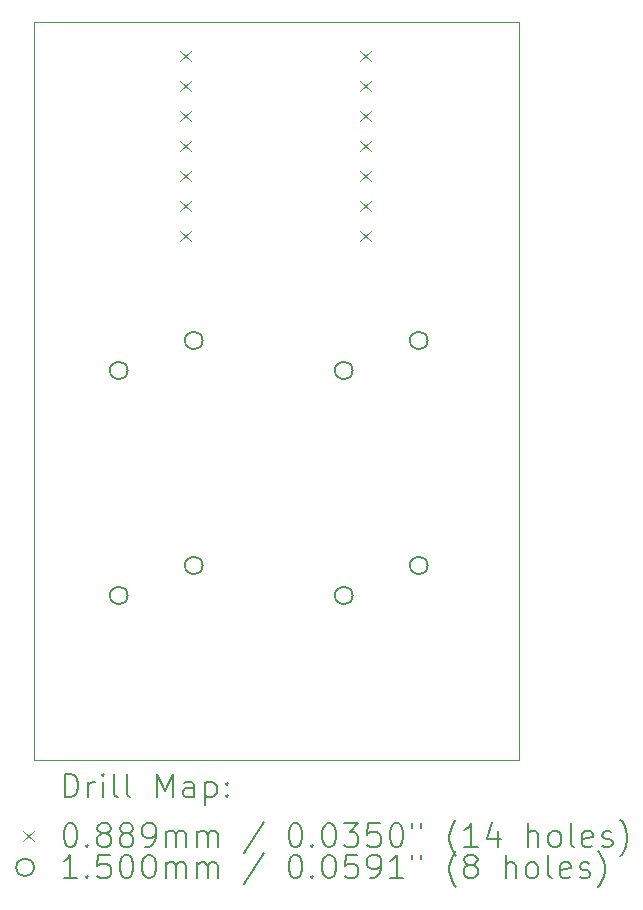
<source format=gbr>
%TF.GenerationSoftware,KiCad,Pcbnew,9.0.2*%
%TF.CreationDate,2025-06-08T17:29:26-05:00*%
%TF.ProjectId,hackpad,6861636b-7061-4642-9e6b-696361645f70,rev?*%
%TF.SameCoordinates,Original*%
%TF.FileFunction,Drillmap*%
%TF.FilePolarity,Positive*%
%FSLAX45Y45*%
G04 Gerber Fmt 4.5, Leading zero omitted, Abs format (unit mm)*
G04 Created by KiCad (PCBNEW 9.0.2) date 2025-06-08 17:29:26*
%MOMM*%
%LPD*%
G01*
G04 APERTURE LIST*
%ADD10C,0.050000*%
%ADD11C,0.200000*%
%ADD12C,0.100000*%
%ADD13C,0.150000*%
G04 APERTURE END LIST*
D10*
X15095739Y-7747424D02*
X19200000Y-7747424D01*
X19200000Y-14000000D01*
X15095739Y-14000000D01*
X15095739Y-7747424D01*
D11*
D12*
X16331550Y-7993550D02*
X16420450Y-8082450D01*
X16420450Y-7993550D02*
X16331550Y-8082450D01*
X16331550Y-8247550D02*
X16420450Y-8336450D01*
X16420450Y-8247550D02*
X16331550Y-8336450D01*
X16331550Y-8501550D02*
X16420450Y-8590450D01*
X16420450Y-8501550D02*
X16331550Y-8590450D01*
X16331550Y-8755550D02*
X16420450Y-8844450D01*
X16420450Y-8755550D02*
X16331550Y-8844450D01*
X16331550Y-9009550D02*
X16420450Y-9098450D01*
X16420450Y-9009550D02*
X16331550Y-9098450D01*
X16331550Y-9263550D02*
X16420450Y-9352450D01*
X16420450Y-9263550D02*
X16331550Y-9352450D01*
X16331550Y-9517550D02*
X16420450Y-9606450D01*
X16420450Y-9517550D02*
X16331550Y-9606450D01*
X17855550Y-7993550D02*
X17944450Y-8082450D01*
X17944450Y-7993550D02*
X17855550Y-8082450D01*
X17855550Y-8247550D02*
X17944450Y-8336450D01*
X17944450Y-8247550D02*
X17855550Y-8336450D01*
X17855550Y-8501550D02*
X17944450Y-8590450D01*
X17944450Y-8501550D02*
X17855550Y-8590450D01*
X17855550Y-8755550D02*
X17944450Y-8844450D01*
X17944450Y-8755550D02*
X17855550Y-8844450D01*
X17855550Y-9009550D02*
X17944450Y-9098450D01*
X17944450Y-9009550D02*
X17855550Y-9098450D01*
X17855550Y-9263550D02*
X17944450Y-9352450D01*
X17944450Y-9263550D02*
X17855550Y-9352450D01*
X17855550Y-9517550D02*
X17944450Y-9606450D01*
X17944450Y-9517550D02*
X17855550Y-9606450D01*
D13*
X15886500Y-10699750D02*
G75*
G02*
X15736500Y-10699750I-75000J0D01*
G01*
X15736500Y-10699750D02*
G75*
G02*
X15886500Y-10699750I75000J0D01*
G01*
X15886500Y-12604750D02*
G75*
G02*
X15736500Y-12604750I-75000J0D01*
G01*
X15736500Y-12604750D02*
G75*
G02*
X15886500Y-12604750I75000J0D01*
G01*
X16521500Y-10445750D02*
G75*
G02*
X16371500Y-10445750I-75000J0D01*
G01*
X16371500Y-10445750D02*
G75*
G02*
X16521500Y-10445750I75000J0D01*
G01*
X16521500Y-12350750D02*
G75*
G02*
X16371500Y-12350750I-75000J0D01*
G01*
X16371500Y-12350750D02*
G75*
G02*
X16521500Y-12350750I75000J0D01*
G01*
X17791500Y-10699750D02*
G75*
G02*
X17641500Y-10699750I-75000J0D01*
G01*
X17641500Y-10699750D02*
G75*
G02*
X17791500Y-10699750I75000J0D01*
G01*
X17791500Y-12604750D02*
G75*
G02*
X17641500Y-12604750I-75000J0D01*
G01*
X17641500Y-12604750D02*
G75*
G02*
X17791500Y-12604750I75000J0D01*
G01*
X18426500Y-10445750D02*
G75*
G02*
X18276500Y-10445750I-75000J0D01*
G01*
X18276500Y-10445750D02*
G75*
G02*
X18426500Y-10445750I75000J0D01*
G01*
X18426500Y-12350750D02*
G75*
G02*
X18276500Y-12350750I-75000J0D01*
G01*
X18276500Y-12350750D02*
G75*
G02*
X18426500Y-12350750I75000J0D01*
G01*
D11*
X15354016Y-14313984D02*
X15354016Y-14113984D01*
X15354016Y-14113984D02*
X15401635Y-14113984D01*
X15401635Y-14113984D02*
X15430207Y-14123508D01*
X15430207Y-14123508D02*
X15449254Y-14142555D01*
X15449254Y-14142555D02*
X15458778Y-14161603D01*
X15458778Y-14161603D02*
X15468302Y-14199698D01*
X15468302Y-14199698D02*
X15468302Y-14228269D01*
X15468302Y-14228269D02*
X15458778Y-14266365D01*
X15458778Y-14266365D02*
X15449254Y-14285412D01*
X15449254Y-14285412D02*
X15430207Y-14304460D01*
X15430207Y-14304460D02*
X15401635Y-14313984D01*
X15401635Y-14313984D02*
X15354016Y-14313984D01*
X15554016Y-14313984D02*
X15554016Y-14180650D01*
X15554016Y-14218746D02*
X15563540Y-14199698D01*
X15563540Y-14199698D02*
X15573064Y-14190174D01*
X15573064Y-14190174D02*
X15592111Y-14180650D01*
X15592111Y-14180650D02*
X15611159Y-14180650D01*
X15677826Y-14313984D02*
X15677826Y-14180650D01*
X15677826Y-14113984D02*
X15668302Y-14123508D01*
X15668302Y-14123508D02*
X15677826Y-14133031D01*
X15677826Y-14133031D02*
X15687349Y-14123508D01*
X15687349Y-14123508D02*
X15677826Y-14113984D01*
X15677826Y-14113984D02*
X15677826Y-14133031D01*
X15801635Y-14313984D02*
X15782588Y-14304460D01*
X15782588Y-14304460D02*
X15773064Y-14285412D01*
X15773064Y-14285412D02*
X15773064Y-14113984D01*
X15906397Y-14313984D02*
X15887349Y-14304460D01*
X15887349Y-14304460D02*
X15877826Y-14285412D01*
X15877826Y-14285412D02*
X15877826Y-14113984D01*
X16134969Y-14313984D02*
X16134969Y-14113984D01*
X16134969Y-14113984D02*
X16201635Y-14256841D01*
X16201635Y-14256841D02*
X16268302Y-14113984D01*
X16268302Y-14113984D02*
X16268302Y-14313984D01*
X16449254Y-14313984D02*
X16449254Y-14209222D01*
X16449254Y-14209222D02*
X16439730Y-14190174D01*
X16439730Y-14190174D02*
X16420683Y-14180650D01*
X16420683Y-14180650D02*
X16382588Y-14180650D01*
X16382588Y-14180650D02*
X16363540Y-14190174D01*
X16449254Y-14304460D02*
X16430207Y-14313984D01*
X16430207Y-14313984D02*
X16382588Y-14313984D01*
X16382588Y-14313984D02*
X16363540Y-14304460D01*
X16363540Y-14304460D02*
X16354016Y-14285412D01*
X16354016Y-14285412D02*
X16354016Y-14266365D01*
X16354016Y-14266365D02*
X16363540Y-14247317D01*
X16363540Y-14247317D02*
X16382588Y-14237793D01*
X16382588Y-14237793D02*
X16430207Y-14237793D01*
X16430207Y-14237793D02*
X16449254Y-14228269D01*
X16544492Y-14180650D02*
X16544492Y-14380650D01*
X16544492Y-14190174D02*
X16563540Y-14180650D01*
X16563540Y-14180650D02*
X16601635Y-14180650D01*
X16601635Y-14180650D02*
X16620683Y-14190174D01*
X16620683Y-14190174D02*
X16630207Y-14199698D01*
X16630207Y-14199698D02*
X16639730Y-14218746D01*
X16639730Y-14218746D02*
X16639730Y-14275888D01*
X16639730Y-14275888D02*
X16630207Y-14294936D01*
X16630207Y-14294936D02*
X16620683Y-14304460D01*
X16620683Y-14304460D02*
X16601635Y-14313984D01*
X16601635Y-14313984D02*
X16563540Y-14313984D01*
X16563540Y-14313984D02*
X16544492Y-14304460D01*
X16725445Y-14294936D02*
X16734969Y-14304460D01*
X16734969Y-14304460D02*
X16725445Y-14313984D01*
X16725445Y-14313984D02*
X16715921Y-14304460D01*
X16715921Y-14304460D02*
X16725445Y-14294936D01*
X16725445Y-14294936D02*
X16725445Y-14313984D01*
X16725445Y-14190174D02*
X16734969Y-14199698D01*
X16734969Y-14199698D02*
X16725445Y-14209222D01*
X16725445Y-14209222D02*
X16715921Y-14199698D01*
X16715921Y-14199698D02*
X16725445Y-14190174D01*
X16725445Y-14190174D02*
X16725445Y-14209222D01*
D12*
X15004339Y-14598050D02*
X15093239Y-14686950D01*
X15093239Y-14598050D02*
X15004339Y-14686950D01*
D11*
X15392111Y-14533984D02*
X15411159Y-14533984D01*
X15411159Y-14533984D02*
X15430207Y-14543508D01*
X15430207Y-14543508D02*
X15439730Y-14553031D01*
X15439730Y-14553031D02*
X15449254Y-14572079D01*
X15449254Y-14572079D02*
X15458778Y-14610174D01*
X15458778Y-14610174D02*
X15458778Y-14657793D01*
X15458778Y-14657793D02*
X15449254Y-14695888D01*
X15449254Y-14695888D02*
X15439730Y-14714936D01*
X15439730Y-14714936D02*
X15430207Y-14724460D01*
X15430207Y-14724460D02*
X15411159Y-14733984D01*
X15411159Y-14733984D02*
X15392111Y-14733984D01*
X15392111Y-14733984D02*
X15373064Y-14724460D01*
X15373064Y-14724460D02*
X15363540Y-14714936D01*
X15363540Y-14714936D02*
X15354016Y-14695888D01*
X15354016Y-14695888D02*
X15344492Y-14657793D01*
X15344492Y-14657793D02*
X15344492Y-14610174D01*
X15344492Y-14610174D02*
X15354016Y-14572079D01*
X15354016Y-14572079D02*
X15363540Y-14553031D01*
X15363540Y-14553031D02*
X15373064Y-14543508D01*
X15373064Y-14543508D02*
X15392111Y-14533984D01*
X15544492Y-14714936D02*
X15554016Y-14724460D01*
X15554016Y-14724460D02*
X15544492Y-14733984D01*
X15544492Y-14733984D02*
X15534969Y-14724460D01*
X15534969Y-14724460D02*
X15544492Y-14714936D01*
X15544492Y-14714936D02*
X15544492Y-14733984D01*
X15668302Y-14619698D02*
X15649254Y-14610174D01*
X15649254Y-14610174D02*
X15639730Y-14600650D01*
X15639730Y-14600650D02*
X15630207Y-14581603D01*
X15630207Y-14581603D02*
X15630207Y-14572079D01*
X15630207Y-14572079D02*
X15639730Y-14553031D01*
X15639730Y-14553031D02*
X15649254Y-14543508D01*
X15649254Y-14543508D02*
X15668302Y-14533984D01*
X15668302Y-14533984D02*
X15706397Y-14533984D01*
X15706397Y-14533984D02*
X15725445Y-14543508D01*
X15725445Y-14543508D02*
X15734969Y-14553031D01*
X15734969Y-14553031D02*
X15744492Y-14572079D01*
X15744492Y-14572079D02*
X15744492Y-14581603D01*
X15744492Y-14581603D02*
X15734969Y-14600650D01*
X15734969Y-14600650D02*
X15725445Y-14610174D01*
X15725445Y-14610174D02*
X15706397Y-14619698D01*
X15706397Y-14619698D02*
X15668302Y-14619698D01*
X15668302Y-14619698D02*
X15649254Y-14629222D01*
X15649254Y-14629222D02*
X15639730Y-14638746D01*
X15639730Y-14638746D02*
X15630207Y-14657793D01*
X15630207Y-14657793D02*
X15630207Y-14695888D01*
X15630207Y-14695888D02*
X15639730Y-14714936D01*
X15639730Y-14714936D02*
X15649254Y-14724460D01*
X15649254Y-14724460D02*
X15668302Y-14733984D01*
X15668302Y-14733984D02*
X15706397Y-14733984D01*
X15706397Y-14733984D02*
X15725445Y-14724460D01*
X15725445Y-14724460D02*
X15734969Y-14714936D01*
X15734969Y-14714936D02*
X15744492Y-14695888D01*
X15744492Y-14695888D02*
X15744492Y-14657793D01*
X15744492Y-14657793D02*
X15734969Y-14638746D01*
X15734969Y-14638746D02*
X15725445Y-14629222D01*
X15725445Y-14629222D02*
X15706397Y-14619698D01*
X15858778Y-14619698D02*
X15839730Y-14610174D01*
X15839730Y-14610174D02*
X15830207Y-14600650D01*
X15830207Y-14600650D02*
X15820683Y-14581603D01*
X15820683Y-14581603D02*
X15820683Y-14572079D01*
X15820683Y-14572079D02*
X15830207Y-14553031D01*
X15830207Y-14553031D02*
X15839730Y-14543508D01*
X15839730Y-14543508D02*
X15858778Y-14533984D01*
X15858778Y-14533984D02*
X15896873Y-14533984D01*
X15896873Y-14533984D02*
X15915921Y-14543508D01*
X15915921Y-14543508D02*
X15925445Y-14553031D01*
X15925445Y-14553031D02*
X15934969Y-14572079D01*
X15934969Y-14572079D02*
X15934969Y-14581603D01*
X15934969Y-14581603D02*
X15925445Y-14600650D01*
X15925445Y-14600650D02*
X15915921Y-14610174D01*
X15915921Y-14610174D02*
X15896873Y-14619698D01*
X15896873Y-14619698D02*
X15858778Y-14619698D01*
X15858778Y-14619698D02*
X15839730Y-14629222D01*
X15839730Y-14629222D02*
X15830207Y-14638746D01*
X15830207Y-14638746D02*
X15820683Y-14657793D01*
X15820683Y-14657793D02*
X15820683Y-14695888D01*
X15820683Y-14695888D02*
X15830207Y-14714936D01*
X15830207Y-14714936D02*
X15839730Y-14724460D01*
X15839730Y-14724460D02*
X15858778Y-14733984D01*
X15858778Y-14733984D02*
X15896873Y-14733984D01*
X15896873Y-14733984D02*
X15915921Y-14724460D01*
X15915921Y-14724460D02*
X15925445Y-14714936D01*
X15925445Y-14714936D02*
X15934969Y-14695888D01*
X15934969Y-14695888D02*
X15934969Y-14657793D01*
X15934969Y-14657793D02*
X15925445Y-14638746D01*
X15925445Y-14638746D02*
X15915921Y-14629222D01*
X15915921Y-14629222D02*
X15896873Y-14619698D01*
X16030207Y-14733984D02*
X16068302Y-14733984D01*
X16068302Y-14733984D02*
X16087350Y-14724460D01*
X16087350Y-14724460D02*
X16096873Y-14714936D01*
X16096873Y-14714936D02*
X16115921Y-14686365D01*
X16115921Y-14686365D02*
X16125445Y-14648269D01*
X16125445Y-14648269D02*
X16125445Y-14572079D01*
X16125445Y-14572079D02*
X16115921Y-14553031D01*
X16115921Y-14553031D02*
X16106397Y-14543508D01*
X16106397Y-14543508D02*
X16087350Y-14533984D01*
X16087350Y-14533984D02*
X16049254Y-14533984D01*
X16049254Y-14533984D02*
X16030207Y-14543508D01*
X16030207Y-14543508D02*
X16020683Y-14553031D01*
X16020683Y-14553031D02*
X16011159Y-14572079D01*
X16011159Y-14572079D02*
X16011159Y-14619698D01*
X16011159Y-14619698D02*
X16020683Y-14638746D01*
X16020683Y-14638746D02*
X16030207Y-14648269D01*
X16030207Y-14648269D02*
X16049254Y-14657793D01*
X16049254Y-14657793D02*
X16087350Y-14657793D01*
X16087350Y-14657793D02*
X16106397Y-14648269D01*
X16106397Y-14648269D02*
X16115921Y-14638746D01*
X16115921Y-14638746D02*
X16125445Y-14619698D01*
X16211159Y-14733984D02*
X16211159Y-14600650D01*
X16211159Y-14619698D02*
X16220683Y-14610174D01*
X16220683Y-14610174D02*
X16239730Y-14600650D01*
X16239730Y-14600650D02*
X16268302Y-14600650D01*
X16268302Y-14600650D02*
X16287350Y-14610174D01*
X16287350Y-14610174D02*
X16296873Y-14629222D01*
X16296873Y-14629222D02*
X16296873Y-14733984D01*
X16296873Y-14629222D02*
X16306397Y-14610174D01*
X16306397Y-14610174D02*
X16325445Y-14600650D01*
X16325445Y-14600650D02*
X16354016Y-14600650D01*
X16354016Y-14600650D02*
X16373064Y-14610174D01*
X16373064Y-14610174D02*
X16382588Y-14629222D01*
X16382588Y-14629222D02*
X16382588Y-14733984D01*
X16477826Y-14733984D02*
X16477826Y-14600650D01*
X16477826Y-14619698D02*
X16487350Y-14610174D01*
X16487350Y-14610174D02*
X16506397Y-14600650D01*
X16506397Y-14600650D02*
X16534969Y-14600650D01*
X16534969Y-14600650D02*
X16554016Y-14610174D01*
X16554016Y-14610174D02*
X16563540Y-14629222D01*
X16563540Y-14629222D02*
X16563540Y-14733984D01*
X16563540Y-14629222D02*
X16573064Y-14610174D01*
X16573064Y-14610174D02*
X16592111Y-14600650D01*
X16592111Y-14600650D02*
X16620683Y-14600650D01*
X16620683Y-14600650D02*
X16639731Y-14610174D01*
X16639731Y-14610174D02*
X16649254Y-14629222D01*
X16649254Y-14629222D02*
X16649254Y-14733984D01*
X17039731Y-14524460D02*
X16868302Y-14781603D01*
X17296874Y-14533984D02*
X17315921Y-14533984D01*
X17315921Y-14533984D02*
X17334969Y-14543508D01*
X17334969Y-14543508D02*
X17344493Y-14553031D01*
X17344493Y-14553031D02*
X17354016Y-14572079D01*
X17354016Y-14572079D02*
X17363540Y-14610174D01*
X17363540Y-14610174D02*
X17363540Y-14657793D01*
X17363540Y-14657793D02*
X17354016Y-14695888D01*
X17354016Y-14695888D02*
X17344493Y-14714936D01*
X17344493Y-14714936D02*
X17334969Y-14724460D01*
X17334969Y-14724460D02*
X17315921Y-14733984D01*
X17315921Y-14733984D02*
X17296874Y-14733984D01*
X17296874Y-14733984D02*
X17277826Y-14724460D01*
X17277826Y-14724460D02*
X17268302Y-14714936D01*
X17268302Y-14714936D02*
X17258778Y-14695888D01*
X17258778Y-14695888D02*
X17249255Y-14657793D01*
X17249255Y-14657793D02*
X17249255Y-14610174D01*
X17249255Y-14610174D02*
X17258778Y-14572079D01*
X17258778Y-14572079D02*
X17268302Y-14553031D01*
X17268302Y-14553031D02*
X17277826Y-14543508D01*
X17277826Y-14543508D02*
X17296874Y-14533984D01*
X17449255Y-14714936D02*
X17458778Y-14724460D01*
X17458778Y-14724460D02*
X17449255Y-14733984D01*
X17449255Y-14733984D02*
X17439731Y-14724460D01*
X17439731Y-14724460D02*
X17449255Y-14714936D01*
X17449255Y-14714936D02*
X17449255Y-14733984D01*
X17582588Y-14533984D02*
X17601636Y-14533984D01*
X17601636Y-14533984D02*
X17620683Y-14543508D01*
X17620683Y-14543508D02*
X17630207Y-14553031D01*
X17630207Y-14553031D02*
X17639731Y-14572079D01*
X17639731Y-14572079D02*
X17649255Y-14610174D01*
X17649255Y-14610174D02*
X17649255Y-14657793D01*
X17649255Y-14657793D02*
X17639731Y-14695888D01*
X17639731Y-14695888D02*
X17630207Y-14714936D01*
X17630207Y-14714936D02*
X17620683Y-14724460D01*
X17620683Y-14724460D02*
X17601636Y-14733984D01*
X17601636Y-14733984D02*
X17582588Y-14733984D01*
X17582588Y-14733984D02*
X17563540Y-14724460D01*
X17563540Y-14724460D02*
X17554016Y-14714936D01*
X17554016Y-14714936D02*
X17544493Y-14695888D01*
X17544493Y-14695888D02*
X17534969Y-14657793D01*
X17534969Y-14657793D02*
X17534969Y-14610174D01*
X17534969Y-14610174D02*
X17544493Y-14572079D01*
X17544493Y-14572079D02*
X17554016Y-14553031D01*
X17554016Y-14553031D02*
X17563540Y-14543508D01*
X17563540Y-14543508D02*
X17582588Y-14533984D01*
X17715921Y-14533984D02*
X17839731Y-14533984D01*
X17839731Y-14533984D02*
X17773064Y-14610174D01*
X17773064Y-14610174D02*
X17801636Y-14610174D01*
X17801636Y-14610174D02*
X17820683Y-14619698D01*
X17820683Y-14619698D02*
X17830207Y-14629222D01*
X17830207Y-14629222D02*
X17839731Y-14648269D01*
X17839731Y-14648269D02*
X17839731Y-14695888D01*
X17839731Y-14695888D02*
X17830207Y-14714936D01*
X17830207Y-14714936D02*
X17820683Y-14724460D01*
X17820683Y-14724460D02*
X17801636Y-14733984D01*
X17801636Y-14733984D02*
X17744493Y-14733984D01*
X17744493Y-14733984D02*
X17725445Y-14724460D01*
X17725445Y-14724460D02*
X17715921Y-14714936D01*
X18020683Y-14533984D02*
X17925445Y-14533984D01*
X17925445Y-14533984D02*
X17915921Y-14629222D01*
X17915921Y-14629222D02*
X17925445Y-14619698D01*
X17925445Y-14619698D02*
X17944493Y-14610174D01*
X17944493Y-14610174D02*
X17992112Y-14610174D01*
X17992112Y-14610174D02*
X18011159Y-14619698D01*
X18011159Y-14619698D02*
X18020683Y-14629222D01*
X18020683Y-14629222D02*
X18030207Y-14648269D01*
X18030207Y-14648269D02*
X18030207Y-14695888D01*
X18030207Y-14695888D02*
X18020683Y-14714936D01*
X18020683Y-14714936D02*
X18011159Y-14724460D01*
X18011159Y-14724460D02*
X17992112Y-14733984D01*
X17992112Y-14733984D02*
X17944493Y-14733984D01*
X17944493Y-14733984D02*
X17925445Y-14724460D01*
X17925445Y-14724460D02*
X17915921Y-14714936D01*
X18154016Y-14533984D02*
X18173064Y-14533984D01*
X18173064Y-14533984D02*
X18192112Y-14543508D01*
X18192112Y-14543508D02*
X18201636Y-14553031D01*
X18201636Y-14553031D02*
X18211159Y-14572079D01*
X18211159Y-14572079D02*
X18220683Y-14610174D01*
X18220683Y-14610174D02*
X18220683Y-14657793D01*
X18220683Y-14657793D02*
X18211159Y-14695888D01*
X18211159Y-14695888D02*
X18201636Y-14714936D01*
X18201636Y-14714936D02*
X18192112Y-14724460D01*
X18192112Y-14724460D02*
X18173064Y-14733984D01*
X18173064Y-14733984D02*
X18154016Y-14733984D01*
X18154016Y-14733984D02*
X18134969Y-14724460D01*
X18134969Y-14724460D02*
X18125445Y-14714936D01*
X18125445Y-14714936D02*
X18115921Y-14695888D01*
X18115921Y-14695888D02*
X18106397Y-14657793D01*
X18106397Y-14657793D02*
X18106397Y-14610174D01*
X18106397Y-14610174D02*
X18115921Y-14572079D01*
X18115921Y-14572079D02*
X18125445Y-14553031D01*
X18125445Y-14553031D02*
X18134969Y-14543508D01*
X18134969Y-14543508D02*
X18154016Y-14533984D01*
X18296874Y-14533984D02*
X18296874Y-14572079D01*
X18373064Y-14533984D02*
X18373064Y-14572079D01*
X18668302Y-14810174D02*
X18658778Y-14800650D01*
X18658778Y-14800650D02*
X18639731Y-14772079D01*
X18639731Y-14772079D02*
X18630207Y-14753031D01*
X18630207Y-14753031D02*
X18620683Y-14724460D01*
X18620683Y-14724460D02*
X18611159Y-14676841D01*
X18611159Y-14676841D02*
X18611159Y-14638746D01*
X18611159Y-14638746D02*
X18620683Y-14591127D01*
X18620683Y-14591127D02*
X18630207Y-14562555D01*
X18630207Y-14562555D02*
X18639731Y-14543508D01*
X18639731Y-14543508D02*
X18658778Y-14514936D01*
X18658778Y-14514936D02*
X18668302Y-14505412D01*
X18849255Y-14733984D02*
X18734969Y-14733984D01*
X18792112Y-14733984D02*
X18792112Y-14533984D01*
X18792112Y-14533984D02*
X18773064Y-14562555D01*
X18773064Y-14562555D02*
X18754017Y-14581603D01*
X18754017Y-14581603D02*
X18734969Y-14591127D01*
X19020683Y-14600650D02*
X19020683Y-14733984D01*
X18973064Y-14524460D02*
X18925445Y-14667317D01*
X18925445Y-14667317D02*
X19049255Y-14667317D01*
X19277826Y-14733984D02*
X19277826Y-14533984D01*
X19363540Y-14733984D02*
X19363540Y-14629222D01*
X19363540Y-14629222D02*
X19354017Y-14610174D01*
X19354017Y-14610174D02*
X19334969Y-14600650D01*
X19334969Y-14600650D02*
X19306398Y-14600650D01*
X19306398Y-14600650D02*
X19287350Y-14610174D01*
X19287350Y-14610174D02*
X19277826Y-14619698D01*
X19487350Y-14733984D02*
X19468302Y-14724460D01*
X19468302Y-14724460D02*
X19458779Y-14714936D01*
X19458779Y-14714936D02*
X19449255Y-14695888D01*
X19449255Y-14695888D02*
X19449255Y-14638746D01*
X19449255Y-14638746D02*
X19458779Y-14619698D01*
X19458779Y-14619698D02*
X19468302Y-14610174D01*
X19468302Y-14610174D02*
X19487350Y-14600650D01*
X19487350Y-14600650D02*
X19515921Y-14600650D01*
X19515921Y-14600650D02*
X19534969Y-14610174D01*
X19534969Y-14610174D02*
X19544493Y-14619698D01*
X19544493Y-14619698D02*
X19554017Y-14638746D01*
X19554017Y-14638746D02*
X19554017Y-14695888D01*
X19554017Y-14695888D02*
X19544493Y-14714936D01*
X19544493Y-14714936D02*
X19534969Y-14724460D01*
X19534969Y-14724460D02*
X19515921Y-14733984D01*
X19515921Y-14733984D02*
X19487350Y-14733984D01*
X19668302Y-14733984D02*
X19649255Y-14724460D01*
X19649255Y-14724460D02*
X19639731Y-14705412D01*
X19639731Y-14705412D02*
X19639731Y-14533984D01*
X19820683Y-14724460D02*
X19801636Y-14733984D01*
X19801636Y-14733984D02*
X19763540Y-14733984D01*
X19763540Y-14733984D02*
X19744493Y-14724460D01*
X19744493Y-14724460D02*
X19734969Y-14705412D01*
X19734969Y-14705412D02*
X19734969Y-14629222D01*
X19734969Y-14629222D02*
X19744493Y-14610174D01*
X19744493Y-14610174D02*
X19763540Y-14600650D01*
X19763540Y-14600650D02*
X19801636Y-14600650D01*
X19801636Y-14600650D02*
X19820683Y-14610174D01*
X19820683Y-14610174D02*
X19830207Y-14629222D01*
X19830207Y-14629222D02*
X19830207Y-14648269D01*
X19830207Y-14648269D02*
X19734969Y-14667317D01*
X19906398Y-14724460D02*
X19925445Y-14733984D01*
X19925445Y-14733984D02*
X19963540Y-14733984D01*
X19963540Y-14733984D02*
X19982588Y-14724460D01*
X19982588Y-14724460D02*
X19992112Y-14705412D01*
X19992112Y-14705412D02*
X19992112Y-14695888D01*
X19992112Y-14695888D02*
X19982588Y-14676841D01*
X19982588Y-14676841D02*
X19963540Y-14667317D01*
X19963540Y-14667317D02*
X19934969Y-14667317D01*
X19934969Y-14667317D02*
X19915921Y-14657793D01*
X19915921Y-14657793D02*
X19906398Y-14638746D01*
X19906398Y-14638746D02*
X19906398Y-14629222D01*
X19906398Y-14629222D02*
X19915921Y-14610174D01*
X19915921Y-14610174D02*
X19934969Y-14600650D01*
X19934969Y-14600650D02*
X19963540Y-14600650D01*
X19963540Y-14600650D02*
X19982588Y-14610174D01*
X20058779Y-14810174D02*
X20068302Y-14800650D01*
X20068302Y-14800650D02*
X20087350Y-14772079D01*
X20087350Y-14772079D02*
X20096874Y-14753031D01*
X20096874Y-14753031D02*
X20106398Y-14724460D01*
X20106398Y-14724460D02*
X20115921Y-14676841D01*
X20115921Y-14676841D02*
X20115921Y-14638746D01*
X20115921Y-14638746D02*
X20106398Y-14591127D01*
X20106398Y-14591127D02*
X20096874Y-14562555D01*
X20096874Y-14562555D02*
X20087350Y-14543508D01*
X20087350Y-14543508D02*
X20068302Y-14514936D01*
X20068302Y-14514936D02*
X20058779Y-14505412D01*
D13*
X15093239Y-14906500D02*
G75*
G02*
X14943239Y-14906500I-75000J0D01*
G01*
X14943239Y-14906500D02*
G75*
G02*
X15093239Y-14906500I75000J0D01*
G01*
D11*
X15458778Y-14997984D02*
X15344492Y-14997984D01*
X15401635Y-14997984D02*
X15401635Y-14797984D01*
X15401635Y-14797984D02*
X15382588Y-14826555D01*
X15382588Y-14826555D02*
X15363540Y-14845603D01*
X15363540Y-14845603D02*
X15344492Y-14855127D01*
X15544492Y-14978936D02*
X15554016Y-14988460D01*
X15554016Y-14988460D02*
X15544492Y-14997984D01*
X15544492Y-14997984D02*
X15534969Y-14988460D01*
X15534969Y-14988460D02*
X15544492Y-14978936D01*
X15544492Y-14978936D02*
X15544492Y-14997984D01*
X15734969Y-14797984D02*
X15639730Y-14797984D01*
X15639730Y-14797984D02*
X15630207Y-14893222D01*
X15630207Y-14893222D02*
X15639730Y-14883698D01*
X15639730Y-14883698D02*
X15658778Y-14874174D01*
X15658778Y-14874174D02*
X15706397Y-14874174D01*
X15706397Y-14874174D02*
X15725445Y-14883698D01*
X15725445Y-14883698D02*
X15734969Y-14893222D01*
X15734969Y-14893222D02*
X15744492Y-14912269D01*
X15744492Y-14912269D02*
X15744492Y-14959888D01*
X15744492Y-14959888D02*
X15734969Y-14978936D01*
X15734969Y-14978936D02*
X15725445Y-14988460D01*
X15725445Y-14988460D02*
X15706397Y-14997984D01*
X15706397Y-14997984D02*
X15658778Y-14997984D01*
X15658778Y-14997984D02*
X15639730Y-14988460D01*
X15639730Y-14988460D02*
X15630207Y-14978936D01*
X15868302Y-14797984D02*
X15887350Y-14797984D01*
X15887350Y-14797984D02*
X15906397Y-14807508D01*
X15906397Y-14807508D02*
X15915921Y-14817031D01*
X15915921Y-14817031D02*
X15925445Y-14836079D01*
X15925445Y-14836079D02*
X15934969Y-14874174D01*
X15934969Y-14874174D02*
X15934969Y-14921793D01*
X15934969Y-14921793D02*
X15925445Y-14959888D01*
X15925445Y-14959888D02*
X15915921Y-14978936D01*
X15915921Y-14978936D02*
X15906397Y-14988460D01*
X15906397Y-14988460D02*
X15887350Y-14997984D01*
X15887350Y-14997984D02*
X15868302Y-14997984D01*
X15868302Y-14997984D02*
X15849254Y-14988460D01*
X15849254Y-14988460D02*
X15839730Y-14978936D01*
X15839730Y-14978936D02*
X15830207Y-14959888D01*
X15830207Y-14959888D02*
X15820683Y-14921793D01*
X15820683Y-14921793D02*
X15820683Y-14874174D01*
X15820683Y-14874174D02*
X15830207Y-14836079D01*
X15830207Y-14836079D02*
X15839730Y-14817031D01*
X15839730Y-14817031D02*
X15849254Y-14807508D01*
X15849254Y-14807508D02*
X15868302Y-14797984D01*
X16058778Y-14797984D02*
X16077826Y-14797984D01*
X16077826Y-14797984D02*
X16096873Y-14807508D01*
X16096873Y-14807508D02*
X16106397Y-14817031D01*
X16106397Y-14817031D02*
X16115921Y-14836079D01*
X16115921Y-14836079D02*
X16125445Y-14874174D01*
X16125445Y-14874174D02*
X16125445Y-14921793D01*
X16125445Y-14921793D02*
X16115921Y-14959888D01*
X16115921Y-14959888D02*
X16106397Y-14978936D01*
X16106397Y-14978936D02*
X16096873Y-14988460D01*
X16096873Y-14988460D02*
X16077826Y-14997984D01*
X16077826Y-14997984D02*
X16058778Y-14997984D01*
X16058778Y-14997984D02*
X16039730Y-14988460D01*
X16039730Y-14988460D02*
X16030207Y-14978936D01*
X16030207Y-14978936D02*
X16020683Y-14959888D01*
X16020683Y-14959888D02*
X16011159Y-14921793D01*
X16011159Y-14921793D02*
X16011159Y-14874174D01*
X16011159Y-14874174D02*
X16020683Y-14836079D01*
X16020683Y-14836079D02*
X16030207Y-14817031D01*
X16030207Y-14817031D02*
X16039730Y-14807508D01*
X16039730Y-14807508D02*
X16058778Y-14797984D01*
X16211159Y-14997984D02*
X16211159Y-14864650D01*
X16211159Y-14883698D02*
X16220683Y-14874174D01*
X16220683Y-14874174D02*
X16239730Y-14864650D01*
X16239730Y-14864650D02*
X16268302Y-14864650D01*
X16268302Y-14864650D02*
X16287350Y-14874174D01*
X16287350Y-14874174D02*
X16296873Y-14893222D01*
X16296873Y-14893222D02*
X16296873Y-14997984D01*
X16296873Y-14893222D02*
X16306397Y-14874174D01*
X16306397Y-14874174D02*
X16325445Y-14864650D01*
X16325445Y-14864650D02*
X16354016Y-14864650D01*
X16354016Y-14864650D02*
X16373064Y-14874174D01*
X16373064Y-14874174D02*
X16382588Y-14893222D01*
X16382588Y-14893222D02*
X16382588Y-14997984D01*
X16477826Y-14997984D02*
X16477826Y-14864650D01*
X16477826Y-14883698D02*
X16487350Y-14874174D01*
X16487350Y-14874174D02*
X16506397Y-14864650D01*
X16506397Y-14864650D02*
X16534969Y-14864650D01*
X16534969Y-14864650D02*
X16554016Y-14874174D01*
X16554016Y-14874174D02*
X16563540Y-14893222D01*
X16563540Y-14893222D02*
X16563540Y-14997984D01*
X16563540Y-14893222D02*
X16573064Y-14874174D01*
X16573064Y-14874174D02*
X16592111Y-14864650D01*
X16592111Y-14864650D02*
X16620683Y-14864650D01*
X16620683Y-14864650D02*
X16639731Y-14874174D01*
X16639731Y-14874174D02*
X16649254Y-14893222D01*
X16649254Y-14893222D02*
X16649254Y-14997984D01*
X17039731Y-14788460D02*
X16868302Y-15045603D01*
X17296874Y-14797984D02*
X17315921Y-14797984D01*
X17315921Y-14797984D02*
X17334969Y-14807508D01*
X17334969Y-14807508D02*
X17344493Y-14817031D01*
X17344493Y-14817031D02*
X17354016Y-14836079D01*
X17354016Y-14836079D02*
X17363540Y-14874174D01*
X17363540Y-14874174D02*
X17363540Y-14921793D01*
X17363540Y-14921793D02*
X17354016Y-14959888D01*
X17354016Y-14959888D02*
X17344493Y-14978936D01*
X17344493Y-14978936D02*
X17334969Y-14988460D01*
X17334969Y-14988460D02*
X17315921Y-14997984D01*
X17315921Y-14997984D02*
X17296874Y-14997984D01*
X17296874Y-14997984D02*
X17277826Y-14988460D01*
X17277826Y-14988460D02*
X17268302Y-14978936D01*
X17268302Y-14978936D02*
X17258778Y-14959888D01*
X17258778Y-14959888D02*
X17249255Y-14921793D01*
X17249255Y-14921793D02*
X17249255Y-14874174D01*
X17249255Y-14874174D02*
X17258778Y-14836079D01*
X17258778Y-14836079D02*
X17268302Y-14817031D01*
X17268302Y-14817031D02*
X17277826Y-14807508D01*
X17277826Y-14807508D02*
X17296874Y-14797984D01*
X17449255Y-14978936D02*
X17458778Y-14988460D01*
X17458778Y-14988460D02*
X17449255Y-14997984D01*
X17449255Y-14997984D02*
X17439731Y-14988460D01*
X17439731Y-14988460D02*
X17449255Y-14978936D01*
X17449255Y-14978936D02*
X17449255Y-14997984D01*
X17582588Y-14797984D02*
X17601636Y-14797984D01*
X17601636Y-14797984D02*
X17620683Y-14807508D01*
X17620683Y-14807508D02*
X17630207Y-14817031D01*
X17630207Y-14817031D02*
X17639731Y-14836079D01*
X17639731Y-14836079D02*
X17649255Y-14874174D01*
X17649255Y-14874174D02*
X17649255Y-14921793D01*
X17649255Y-14921793D02*
X17639731Y-14959888D01*
X17639731Y-14959888D02*
X17630207Y-14978936D01*
X17630207Y-14978936D02*
X17620683Y-14988460D01*
X17620683Y-14988460D02*
X17601636Y-14997984D01*
X17601636Y-14997984D02*
X17582588Y-14997984D01*
X17582588Y-14997984D02*
X17563540Y-14988460D01*
X17563540Y-14988460D02*
X17554016Y-14978936D01*
X17554016Y-14978936D02*
X17544493Y-14959888D01*
X17544493Y-14959888D02*
X17534969Y-14921793D01*
X17534969Y-14921793D02*
X17534969Y-14874174D01*
X17534969Y-14874174D02*
X17544493Y-14836079D01*
X17544493Y-14836079D02*
X17554016Y-14817031D01*
X17554016Y-14817031D02*
X17563540Y-14807508D01*
X17563540Y-14807508D02*
X17582588Y-14797984D01*
X17830207Y-14797984D02*
X17734969Y-14797984D01*
X17734969Y-14797984D02*
X17725445Y-14893222D01*
X17725445Y-14893222D02*
X17734969Y-14883698D01*
X17734969Y-14883698D02*
X17754016Y-14874174D01*
X17754016Y-14874174D02*
X17801636Y-14874174D01*
X17801636Y-14874174D02*
X17820683Y-14883698D01*
X17820683Y-14883698D02*
X17830207Y-14893222D01*
X17830207Y-14893222D02*
X17839731Y-14912269D01*
X17839731Y-14912269D02*
X17839731Y-14959888D01*
X17839731Y-14959888D02*
X17830207Y-14978936D01*
X17830207Y-14978936D02*
X17820683Y-14988460D01*
X17820683Y-14988460D02*
X17801636Y-14997984D01*
X17801636Y-14997984D02*
X17754016Y-14997984D01*
X17754016Y-14997984D02*
X17734969Y-14988460D01*
X17734969Y-14988460D02*
X17725445Y-14978936D01*
X17934969Y-14997984D02*
X17973064Y-14997984D01*
X17973064Y-14997984D02*
X17992112Y-14988460D01*
X17992112Y-14988460D02*
X18001636Y-14978936D01*
X18001636Y-14978936D02*
X18020683Y-14950365D01*
X18020683Y-14950365D02*
X18030207Y-14912269D01*
X18030207Y-14912269D02*
X18030207Y-14836079D01*
X18030207Y-14836079D02*
X18020683Y-14817031D01*
X18020683Y-14817031D02*
X18011159Y-14807508D01*
X18011159Y-14807508D02*
X17992112Y-14797984D01*
X17992112Y-14797984D02*
X17954016Y-14797984D01*
X17954016Y-14797984D02*
X17934969Y-14807508D01*
X17934969Y-14807508D02*
X17925445Y-14817031D01*
X17925445Y-14817031D02*
X17915921Y-14836079D01*
X17915921Y-14836079D02*
X17915921Y-14883698D01*
X17915921Y-14883698D02*
X17925445Y-14902746D01*
X17925445Y-14902746D02*
X17934969Y-14912269D01*
X17934969Y-14912269D02*
X17954016Y-14921793D01*
X17954016Y-14921793D02*
X17992112Y-14921793D01*
X17992112Y-14921793D02*
X18011159Y-14912269D01*
X18011159Y-14912269D02*
X18020683Y-14902746D01*
X18020683Y-14902746D02*
X18030207Y-14883698D01*
X18220683Y-14997984D02*
X18106397Y-14997984D01*
X18163540Y-14997984D02*
X18163540Y-14797984D01*
X18163540Y-14797984D02*
X18144493Y-14826555D01*
X18144493Y-14826555D02*
X18125445Y-14845603D01*
X18125445Y-14845603D02*
X18106397Y-14855127D01*
X18296874Y-14797984D02*
X18296874Y-14836079D01*
X18373064Y-14797984D02*
X18373064Y-14836079D01*
X18668302Y-15074174D02*
X18658778Y-15064650D01*
X18658778Y-15064650D02*
X18639731Y-15036079D01*
X18639731Y-15036079D02*
X18630207Y-15017031D01*
X18630207Y-15017031D02*
X18620683Y-14988460D01*
X18620683Y-14988460D02*
X18611159Y-14940841D01*
X18611159Y-14940841D02*
X18611159Y-14902746D01*
X18611159Y-14902746D02*
X18620683Y-14855127D01*
X18620683Y-14855127D02*
X18630207Y-14826555D01*
X18630207Y-14826555D02*
X18639731Y-14807508D01*
X18639731Y-14807508D02*
X18658778Y-14778936D01*
X18658778Y-14778936D02*
X18668302Y-14769412D01*
X18773064Y-14883698D02*
X18754017Y-14874174D01*
X18754017Y-14874174D02*
X18744493Y-14864650D01*
X18744493Y-14864650D02*
X18734969Y-14845603D01*
X18734969Y-14845603D02*
X18734969Y-14836079D01*
X18734969Y-14836079D02*
X18744493Y-14817031D01*
X18744493Y-14817031D02*
X18754017Y-14807508D01*
X18754017Y-14807508D02*
X18773064Y-14797984D01*
X18773064Y-14797984D02*
X18811159Y-14797984D01*
X18811159Y-14797984D02*
X18830207Y-14807508D01*
X18830207Y-14807508D02*
X18839731Y-14817031D01*
X18839731Y-14817031D02*
X18849255Y-14836079D01*
X18849255Y-14836079D02*
X18849255Y-14845603D01*
X18849255Y-14845603D02*
X18839731Y-14864650D01*
X18839731Y-14864650D02*
X18830207Y-14874174D01*
X18830207Y-14874174D02*
X18811159Y-14883698D01*
X18811159Y-14883698D02*
X18773064Y-14883698D01*
X18773064Y-14883698D02*
X18754017Y-14893222D01*
X18754017Y-14893222D02*
X18744493Y-14902746D01*
X18744493Y-14902746D02*
X18734969Y-14921793D01*
X18734969Y-14921793D02*
X18734969Y-14959888D01*
X18734969Y-14959888D02*
X18744493Y-14978936D01*
X18744493Y-14978936D02*
X18754017Y-14988460D01*
X18754017Y-14988460D02*
X18773064Y-14997984D01*
X18773064Y-14997984D02*
X18811159Y-14997984D01*
X18811159Y-14997984D02*
X18830207Y-14988460D01*
X18830207Y-14988460D02*
X18839731Y-14978936D01*
X18839731Y-14978936D02*
X18849255Y-14959888D01*
X18849255Y-14959888D02*
X18849255Y-14921793D01*
X18849255Y-14921793D02*
X18839731Y-14902746D01*
X18839731Y-14902746D02*
X18830207Y-14893222D01*
X18830207Y-14893222D02*
X18811159Y-14883698D01*
X19087350Y-14997984D02*
X19087350Y-14797984D01*
X19173064Y-14997984D02*
X19173064Y-14893222D01*
X19173064Y-14893222D02*
X19163540Y-14874174D01*
X19163540Y-14874174D02*
X19144493Y-14864650D01*
X19144493Y-14864650D02*
X19115921Y-14864650D01*
X19115921Y-14864650D02*
X19096874Y-14874174D01*
X19096874Y-14874174D02*
X19087350Y-14883698D01*
X19296874Y-14997984D02*
X19277826Y-14988460D01*
X19277826Y-14988460D02*
X19268302Y-14978936D01*
X19268302Y-14978936D02*
X19258779Y-14959888D01*
X19258779Y-14959888D02*
X19258779Y-14902746D01*
X19258779Y-14902746D02*
X19268302Y-14883698D01*
X19268302Y-14883698D02*
X19277826Y-14874174D01*
X19277826Y-14874174D02*
X19296874Y-14864650D01*
X19296874Y-14864650D02*
X19325445Y-14864650D01*
X19325445Y-14864650D02*
X19344493Y-14874174D01*
X19344493Y-14874174D02*
X19354017Y-14883698D01*
X19354017Y-14883698D02*
X19363540Y-14902746D01*
X19363540Y-14902746D02*
X19363540Y-14959888D01*
X19363540Y-14959888D02*
X19354017Y-14978936D01*
X19354017Y-14978936D02*
X19344493Y-14988460D01*
X19344493Y-14988460D02*
X19325445Y-14997984D01*
X19325445Y-14997984D02*
X19296874Y-14997984D01*
X19477826Y-14997984D02*
X19458779Y-14988460D01*
X19458779Y-14988460D02*
X19449255Y-14969412D01*
X19449255Y-14969412D02*
X19449255Y-14797984D01*
X19630207Y-14988460D02*
X19611160Y-14997984D01*
X19611160Y-14997984D02*
X19573064Y-14997984D01*
X19573064Y-14997984D02*
X19554017Y-14988460D01*
X19554017Y-14988460D02*
X19544493Y-14969412D01*
X19544493Y-14969412D02*
X19544493Y-14893222D01*
X19544493Y-14893222D02*
X19554017Y-14874174D01*
X19554017Y-14874174D02*
X19573064Y-14864650D01*
X19573064Y-14864650D02*
X19611160Y-14864650D01*
X19611160Y-14864650D02*
X19630207Y-14874174D01*
X19630207Y-14874174D02*
X19639731Y-14893222D01*
X19639731Y-14893222D02*
X19639731Y-14912269D01*
X19639731Y-14912269D02*
X19544493Y-14931317D01*
X19715921Y-14988460D02*
X19734969Y-14997984D01*
X19734969Y-14997984D02*
X19773064Y-14997984D01*
X19773064Y-14997984D02*
X19792112Y-14988460D01*
X19792112Y-14988460D02*
X19801636Y-14969412D01*
X19801636Y-14969412D02*
X19801636Y-14959888D01*
X19801636Y-14959888D02*
X19792112Y-14940841D01*
X19792112Y-14940841D02*
X19773064Y-14931317D01*
X19773064Y-14931317D02*
X19744493Y-14931317D01*
X19744493Y-14931317D02*
X19725445Y-14921793D01*
X19725445Y-14921793D02*
X19715921Y-14902746D01*
X19715921Y-14902746D02*
X19715921Y-14893222D01*
X19715921Y-14893222D02*
X19725445Y-14874174D01*
X19725445Y-14874174D02*
X19744493Y-14864650D01*
X19744493Y-14864650D02*
X19773064Y-14864650D01*
X19773064Y-14864650D02*
X19792112Y-14874174D01*
X19868302Y-15074174D02*
X19877826Y-15064650D01*
X19877826Y-15064650D02*
X19896874Y-15036079D01*
X19896874Y-15036079D02*
X19906398Y-15017031D01*
X19906398Y-15017031D02*
X19915921Y-14988460D01*
X19915921Y-14988460D02*
X19925445Y-14940841D01*
X19925445Y-14940841D02*
X19925445Y-14902746D01*
X19925445Y-14902746D02*
X19915921Y-14855127D01*
X19915921Y-14855127D02*
X19906398Y-14826555D01*
X19906398Y-14826555D02*
X19896874Y-14807508D01*
X19896874Y-14807508D02*
X19877826Y-14778936D01*
X19877826Y-14778936D02*
X19868302Y-14769412D01*
M02*

</source>
